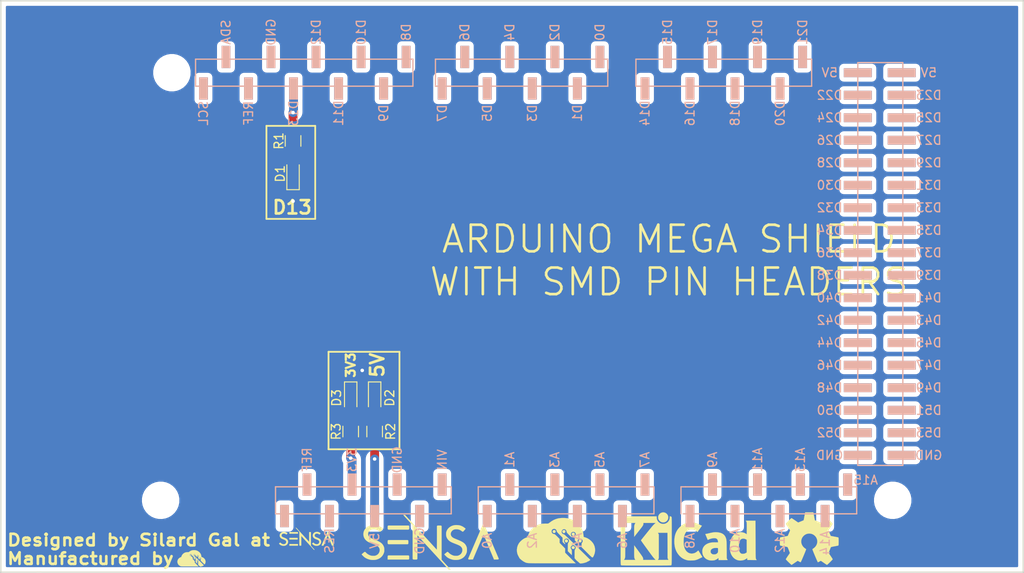
<source format=kicad_pcb>
(kicad_pcb (version 4) (host pcbnew 4.0.7-e2-6376~61~ubuntu18.04.1)
  (layers (0 F.Cu signal) (31 B.Cu signal) (34 B.Paste user) (35 F.Paste user) (36 B.SilkS user) (37 F.SilkS user) (38 B.Mask user) (39 F.Mask user) (44 Edge.Cuts user))
  (net 0 "")
  (net 1 D13)
  (net 2 "Net-(D1-Pad2)")
  (net 3 +5V)
  (net 4 "Net-(D2-Pad2)")
  (net 5 +3V3)
  (net 6 "Net-(D3-Pad2)")
  (net 7 GND)
  (module Arduino:Arduino_Mega2560_Shield (layer F.Cu) (at 161.1 138.8)
    (fp_text reference XA1 hide)
    (fp_text value Arduino_Mega2560_Shield hide)
    (fp_text user A10 (at 78.74 2.032 90) (layer B.SilkS) (effects (justify mirror)))
    (fp_text user A12 (at 83.82 2.032 90) (layer B.SilkS) (effects (justify mirror)))
    (fp_text user A14 (at 88.9 2.286 90) (layer B.SilkS) (effects (justify mirror)))
    (fp_text user A15 (at 93.472 -4.826) (layer B.SilkS) (effects (justify mirror)))
    (fp_text user A13 (at 86.106 -7.112 90) (layer B.SilkS) (effects (justify mirror)))
    (fp_text user A11 (at 81.28 -7.112 90) (layer B.SilkS) (effects (justify mirror)))
    (fp_text user A9 (at 76.2 -7.112 90) (layer B.SilkS) (effects (justify mirror)))
    (fp_text user A8 (at 73.66 2.032 90) (layer B.SilkS) (effects (justify mirror)))
    (fp_text user A7 (at 68.58 -7.112 90) (layer B.SilkS) (effects (justify mirror)))
    (fp_text user A6 (at 66.04 2.032 90) (layer B.SilkS) (effects (justify mirror)))
    (fp_text user A5 (at 63.5 -7.112 90) (layer B.SilkS) (effects (justify mirror)))
    (fp_text user A4 (at 60.96 2.032 90) (layer B.SilkS) (effects (justify mirror)))
    (fp_text user A3 (at 58.42 -7.112 90) (layer B.SilkS) (effects (justify mirror)))
    (fp_text user A2 (at 55.88 2.032 90) (layer B.SilkS) (effects (justify mirror)))
    (fp_text user A1 (at 53.34 -7.112 90) (layer B.SilkS) (effects (justify mirror)))
    (fp_text user A0 (at 50.8 2.032 90) (layer B.SilkS) (effects (justify mirror)))
    (fp_text user VIN (at 45.72 -7.112 90) (layer B.SilkS) (effects (justify mirror)))
    (fp_text user GND (at 40.64 -7.112 90) (layer B.SilkS) (effects (justify mirror)))
    (fp_text user GND (at 43.18 2.032 90) (layer B.SilkS) (effects (justify mirror)))
    (fp_text user 3V3 (at 35.56 -7.112 90) (layer B.SilkS) (effects (justify mirror)))
    (fp_text user 5V (at 38.1 2.032 90) (layer B.SilkS) (effects (justify mirror)))
    (fp_text user RES (at 33.02 2.032 90) (layer B.SilkS) (effects (justify mirror)))
    (fp_text user REF (at 30.48 -7.112 90) (layer B.SilkS) (effects (justify mirror)))
    (fp_text user 5V (at 100.584 -50.8) (layer B.SilkS) (effects (justify mirror)))
    (fp_text user D23 (at 100.584 -48.26) (layer B.SilkS) (effects (justify mirror)))
    (fp_text user D25 (at 100.584 -45.72) (layer B.SilkS) (effects (justify mirror)))
    (fp_text user D27 (at 100.584 -43.18) (layer B.SilkS) (effects (justify mirror)))
    (fp_text user D29 (at 100.584 -40.64) (layer B.SilkS) (effects (justify mirror)))
    (fp_text user D31 (at 100.584 -38.1) (layer B.SilkS) (effects (justify mirror)))
    (fp_text user D33 (at 100.584 -35.56) (layer B.SilkS) (effects (justify mirror)))
    (fp_text user D35 (at 100.584 -33.02) (layer B.SilkS) (effects (justify mirror)))
    (fp_text user D37 (at 100.584 -30.48) (layer B.SilkS) (effects (justify mirror)))
    (fp_text user D39 (at 100.584 -27.94) (layer B.SilkS) (effects (justify mirror)))
    (fp_text user D41 (at 100.584 -25.4) (layer B.SilkS) (effects (justify mirror)))
    (fp_text user D43 (at 100.584 -22.86) (layer B.SilkS) (effects (justify mirror)))
    (fp_text user D45 (at 100.584 -20.32) (layer B.SilkS) (effects (justify mirror)))
    (fp_text user D47 (at 100.584 -17.78) (layer B.SilkS) (effects (justify mirror)))
    (fp_text user D49 (at 100.584 -15.24) (layer B.SilkS) (effects (justify mirror)))
    (fp_text user D51 (at 100.584 -12.7) (layer B.SilkS) (effects (justify mirror)))
    (fp_text user D53 (at 100.584 -10.16) (layer B.SilkS) (effects (justify mirror)))
    (fp_text user GND (at 100.584 -7.62) (layer B.SilkS) (effects (justify mirror)))
    (fp_text user GND (at 89.408 -7.62) (layer B.SilkS) (effects (justify mirror)))
    (fp_text user D52 (at 89.408 -10.16) (layer B.SilkS) (effects (justify mirror)))
    (fp_text user D50 (at 89.408 -12.7) (layer B.SilkS) (effects (justify mirror)))
    (fp_text user D48 (at 89.408 -15.24) (layer B.SilkS) (effects (justify mirror)))
    (fp_text user D46 (at 89.408 -17.78) (layer B.SilkS) (effects (justify mirror)))
    (fp_text user D44 (at 89.408 -20.32) (layer B.SilkS) (effects (justify mirror)))
    (fp_text user D42 (at 89.408 -22.86) (layer B.SilkS) (effects (justify mirror)))
    (fp_text user D40 (at 89.408 -25.4) (layer B.SilkS) (effects (justify mirror)))
    (fp_text user D38 (at 89.408 -27.94) (layer B.SilkS) (effects (justify mirror)))
    (fp_text user D36 (at 89.408 -30.48) (layer B.SilkS) (effects (justify mirror)))
    (fp_text user D34 (at 89.408 -33.02) (layer B.SilkS) (effects (justify mirror)))
    (fp_text user D32 (at 89.408 -35.56) (layer B.SilkS) (effects (justify mirror)))
    (fp_text user D30 (at 89.408 -38.1) (layer B.SilkS) (effects (justify mirror)))
    (fp_text user D28 (at 89.408 -40.64) (layer B.SilkS) (effects (justify mirror)))
    (fp_text user D26 (at 89.408 -43.18) (layer B.SilkS) (effects (justify mirror)))
    (fp_text user D24 (at 89.408 -45.72) (layer B.SilkS) (effects (justify mirror)))
    (fp_text user D22 (at 89.408 -48.26) (layer B.SilkS) (effects (justify mirror)))
    (fp_text user 5V (at 89.408 -50.8) (layer B.SilkS) (effects (justify mirror)))
    (fp_text user D15 (at 71.12 -55.372 90) (layer B.SilkS) (effects (justify mirror)))
    (fp_text user D17 (at 76.2 -55.372 90) (layer B.SilkS) (effects (justify mirror)))
    (fp_text user D19 (at 81.28 -55.372 90) (layer B.SilkS) (effects (justify mirror)))
    (fp_text user D21 (at 86.36 -55.372 90) (layer B.SilkS) (effects (justify mirror)))
    (fp_text user D20 (at 83.82 -46.228 90) (layer B.SilkS) (effects (justify mirror)))
    (fp_text user D18 (at 78.74 -46.228 90) (layer B.SilkS) (effects (justify mirror)))
    (fp_text user D16 (at 73.66 -46.228 90) (layer B.SilkS) (effects (justify mirror)))
    (fp_text user D14 (at 68.58 -46.228 90) (layer B.SilkS) (effects (justify mirror)))
    (fp_text user D6 (at 48.26 -55.372 90) (layer B.SilkS) (effects (justify mirror)))
    (fp_text user D4 (at 53.34 -55.372 90) (layer B.SilkS) (effects (justify mirror)))
    (fp_text user D2 (at 58.42 -55.372 90) (layer B.SilkS) (effects (justify mirror)))
    (fp_text user D0 (at 63.5 -55.372 90) (layer B.SilkS) (effects (justify mirror)))
    (fp_text user D1 (at 60.96 -46.228 90) (layer B.SilkS) (effects (justify mirror)))
    (fp_text user D3 (at 55.88 -46.228 90) (layer B.SilkS) (effects (justify mirror)))
    (fp_text user D5 (at 50.8 -46.228 90) (layer B.SilkS) (effects (justify mirror)))
    (fp_text user D7 (at 45.72 -46.228 90) (layer B.SilkS) (effects (justify mirror)))
    (fp_text user SDA (at 21.336 -55.372 90) (layer B.SilkS) (effects (justify mirror)))
    (fp_text user GND (at 26.416 -55.372 90) (layer B.SilkS) (effects (justify mirror)))
    (fp_text user D12 (at 31.496 -55.372 90) (layer B.SilkS) (effects (justify mirror)))
    (fp_text user D10 (at 36.576 -55.372 90) (layer B.SilkS) (effects (justify mirror)))
    (fp_text user D8 (at 41.656 -55.372 90) (layer B.SilkS) (effects (justify mirror)))
    (fp_text user D9 (at 39.116 -46.228 90) (layer B.SilkS) (effects (justify mirror)))
    (fp_text user D11 (at 34.036 -46.228 90) (layer B.SilkS) (effects (justify mirror)))
    (fp_text user D13 (at 28.956 -46.228 90) (layer B.SilkS) (effects (justify mirror)))
    (fp_text user REF (at 23.876 -46.228 90) (layer B.SilkS) (effects (justify mirror)))
    (fp_text user SCL (at 18.796 -46.228 90) (layer B.SilkS) (effects (justify mirror)))
    (pad A0 smd rect (at 50.8 -0.762 90) (size 2.51 1) (layers B.Cu B.Paste B.SilkS))
    (pad VIN smd rect (at 45.72 -4.318 90) (size 2.51 1) (layers B.Cu B.Paste B.SilkS))
    (pad GND3 smd rect (at 43.18 -0.762 90) (size 2.51 1) (layers B.Cu B.Paste B.SilkS))
    (pad GND2 smd rect (at 40.64 -4.318 90) (size 2.51 1) (layers B.Cu B.Paste B.SilkS))
    (pad 5V1 smd rect (at 38.1 -0.762 90) (size 2.51 1) (layers B.Cu B.Paste B.SilkS) (net 3 +5V))
    (pad 3V3 smd rect (at 35.56 -4.318 90) (size 2.51 1) (layers B.Cu B.Paste B.SilkS) (net 5 +3V3))
    (pad RST1 smd rect (at 33.02 -0.762 90) (size 2.51 1) (layers B.Cu B.Paste B.SilkS))
    (pad IORF smd rect (at 30.48 -4.318 90) (size 2.51 1) (layers B.Cu B.Paste B.SilkS))
    (pad D21 smd rect (at 86.36 -52.578 90) (size 2.51 1) (layers B.Cu B.Paste B.SilkS))
    (pad D20 smd rect (at 83.82 -49.022 90) (size 2.51 1) (layers B.Cu B.Paste B.SilkS))
    (pad D19 smd rect (at 81.28 -52.578 90) (size 2.51 1) (layers B.Cu B.Paste B.SilkS))
    (pad D18 smd rect (at 78.74 -49.022 90) (size 2.51 1) (layers B.Cu B.Paste B.SilkS))
    (pad D17 smd rect (at 76.2 -52.578 90) (size 2.51 1) (layers B.Cu B.Paste B.SilkS))
    (pad D16 smd rect (at 73.66 -49.022 90) (size 2.51 1) (layers B.Cu B.Paste B.SilkS))
    (pad D15 smd rect (at 71.12 -52.578 90) (size 2.51 1) (layers B.Cu B.Paste B.SilkS))
    (pad D14 smd rect (at 68.58 -49.022 90) (size 2.51 1) (layers B.Cu B.Paste B.SilkS))
    (pad D0 smd rect (at 63.5 -52.578 90) (size 2.51 1) (layers B.Cu B.Paste B.SilkS))
    (pad D1 smd rect (at 60.96 -49.022 90) (size 2.51 1) (layers B.Cu B.Paste B.SilkS))
    (pad D2 smd rect (at 58.42 -52.578 90) (size 2.51 1) (layers B.Cu B.Paste B.SilkS))
    (pad D3 smd rect (at 55.88 -49.022 90) (size 2.51 1) (layers B.Cu B.Paste B.SilkS))
    (pad D4 smd rect (at 53.34 -52.578 90) (size 2.51 1) (layers B.Cu B.Paste B.SilkS))
    (pad D5 smd rect (at 50.8 -49.022 90) (size 2.51 1) (layers B.Cu B.Paste B.SilkS))
    (pad D6 smd rect (at 48.26 -52.578 90) (size 2.51 1) (layers B.Cu B.Paste B.SilkS))
    (pad D7 smd rect (at 45.72 -49.022 90) (size 2.51 1) (layers B.Cu B.Paste B.SilkS))
    (pad GND1 smd rect (at 26.416 -52.578 90) (size 2.51 1) (layers B.Cu B.Paste B.SilkS))
    (pad D8 smd rect (at 41.656 -52.578 90) (size 2.51 1) (layers B.Cu B.Paste B.SilkS))
    (pad D9 smd rect (at 39.116 -49.022 90) (size 2.51 1) (layers B.Cu B.Paste B.SilkS))
    (pad D10 smd rect (at 36.576 -52.578 90) (size 2.51 1) (layers B.Cu B.Paste B.SilkS))
    (pad "" np_thru_hole circle (at 15.24 -50.8) (size 3.2 3.2) (drill 3.2) (layers *.Cu *.Mask))
    (pad "" np_thru_hole circle (at 96.52 -2.54) (size 3.2 3.2) (drill 3.2) (layers *.Cu *.Mask))
    (pad "" np_thru_hole circle (at 13.97 -2.54) (size 3.2 3.2) (drill 3.2) (layers *.Cu *.Mask))
    (pad SCL smd rect (at 18.796 -49.022 90) (size 2.51 1) (layers B.Cu B.Paste B.SilkS))
    (pad SDA smd rect (at 21.336 -52.578 90) (size 2.51 1) (layers B.Cu B.Paste B.SilkS))
    (pad AREF smd rect (at 23.876 -49.022 90) (size 2.51 1) (layers B.Cu B.Paste B.SilkS))
    (pad D13 smd rect (at 28.956 -49.022 90) (size 2.51 1) (layers B.Cu B.Paste B.SilkS) (net 1 D13))
    (pad D12 smd rect (at 31.496 -52.578 90) (size 2.51 1) (layers B.Cu B.Paste B.SilkS))
    (pad D11 smd rect (at 34.036 -49.022 90) (size 2.51 1) (layers B.Cu B.Paste B.SilkS))
    (pad "" smd rect (at 27.94 -0.762 90) (size 2.51 1) (layers B.Cu B.Paste B.SilkS))
    (pad A1 smd rect (at 53.34 -4.318 90) (size 2.51 1) (layers B.Cu B.Paste B.SilkS))
    (pad A2 smd rect (at 55.88 -0.762 90) (size 2.51 1) (layers B.Cu B.Paste B.SilkS))
    (pad A3 smd rect (at 58.42 -4.318 90) (size 2.51 1) (layers B.Cu B.Paste B.SilkS))
    (pad A4 smd rect (at 60.96 -0.762 90) (size 2.51 1) (layers B.Cu B.Paste B.SilkS))
    (pad A5 smd rect (at 63.5 -4.318 90) (size 2.51 1) (layers B.Cu B.Paste B.SilkS))
    (pad A6 smd rect (at 66.04 -0.762 90) (size 2.51 1) (layers B.Cu B.Paste B.SilkS))
    (pad A7 smd rect (at 68.58 -4.318 90) (size 2.51 1) (layers B.Cu B.Paste B.SilkS))
    (pad A8 smd rect (at 73.66 -0.762 90) (size 2.51 1) (layers B.Cu B.Paste B.SilkS))
    (pad A9 smd rect (at 76.2 -4.318 90) (size 2.51 1) (layers B.Cu B.Paste B.SilkS))
    (pad A10 smd rect (at 78.74 -0.762 90) (size 2.51 1) (layers B.Cu B.Paste B.SilkS))
    (pad A11 smd rect (at 81.28 -4.318 90) (size 2.51 1) (layers B.Cu B.Paste B.SilkS))
    (pad A12 smd rect (at 83.82 -0.762 90) (size 2.51 1) (layers B.Cu B.Paste B.SilkS))
    (pad A13 smd rect (at 86.106 -4.318 90) (size 2.51 1) (layers B.Cu B.Paste B.SilkS))
    (pad A14 smd rect (at 88.9 -0.762 90) (size 2.51 1) (layers B.Cu B.Paste B.SilkS))
    (pad A15 smd rect (at 91.44 -4.318 90) (size 2.51 1) (layers B.Cu B.Paste B.SilkS))
    (pad 5V3 smd rect (at 92.583 -50.8) (size 3.15 1) (layers B.Cu B.Paste B.SilkS) (net 3 +5V))
    (pad 5V4 smd rect (at 97.536 -50.8) (size 3.15 1) (layers B.Cu B.Paste B.SilkS) (net 3 +5V))
    (pad D22 smd rect (at 92.583 -48.26) (size 3.15 1) (layers B.Cu B.Paste B.SilkS))
    (pad D23 smd rect (at 97.536 -48.26) (size 3.15 1) (layers B.Cu B.Paste B.SilkS))
    (pad D24 smd rect (at 92.583 -45.72) (size 3.15 1) (layers B.Cu B.Paste B.SilkS))
    (pad D25 smd rect (at 97.536 -45.72) (size 3.15 1) (layers B.Cu B.Paste B.SilkS))
    (pad D26 smd rect (at 92.583 -43.18) (size 3.15 1) (layers B.Cu B.Paste B.SilkS))
    (pad D27 smd rect (at 97.536 -43.18) (size 3.15 1) (layers B.Cu B.Paste B.SilkS))
    (pad D28 smd rect (at 92.583 -40.64) (size 3.15 1) (layers B.Cu B.Paste B.SilkS))
    (pad D29 smd rect (at 97.536 -40.64) (size 3.15 1) (layers B.Cu B.Paste B.SilkS))
    (pad D30 smd rect (at 92.583 -38.1) (size 3.15 1) (layers B.Cu B.Paste B.SilkS))
    (pad D31 smd rect (at 97.536 -38.1) (size 3.15 1) (layers B.Cu B.Paste B.SilkS))
    (pad D32 smd rect (at 92.583 -35.56) (size 3.15 1) (layers B.Cu B.Paste B.SilkS))
    (pad D33 smd rect (at 97.536 -35.56) (size 3.15 1) (layers B.Cu B.Paste B.SilkS))
    (pad D34 smd rect (at 92.583 -33.02) (size 3.15 1) (layers B.Cu B.Paste B.SilkS))
    (pad D35 smd rect (at 97.536 -33.02) (size 3.15 1) (layers B.Cu B.Paste B.SilkS))
    (pad D36 smd rect (at 92.583 -30.48) (size 3.15 1) (layers B.Cu B.Paste B.SilkS))
    (pad D37 smd rect (at 97.536 -30.48) (size 3.15 1) (layers B.Cu B.Paste B.SilkS))
    (pad D38 smd rect (at 92.583 -27.94) (size 3.15 1) (layers B.Cu B.Paste B.SilkS))
    (pad D39 smd rect (at 97.536 -27.94) (size 3.15 1) (layers B.Cu B.Paste B.SilkS))
    (pad D40 smd rect (at 92.583 -25.4) (size 3.15 1) (layers B.Cu B.Paste B.SilkS))
    (pad D41 smd rect (at 97.536 -25.4) (size 3.15 1) (layers B.Cu B.Paste B.SilkS))
    (pad D42 smd rect (at 92.583 -22.86) (size 3.15 1) (layers B.Cu B.Paste B.SilkS))
    (pad D43 smd rect (at 97.536 -22.86) (size 3.15 1) (layers B.Cu B.Paste B.SilkS))
    (pad D44 smd rect (at 92.583 -20.32) (size 3.15 1) (layers B.Cu B.Paste B.SilkS))
    (pad D45 smd rect (at 97.536 -20.32) (size 3.15 1) (layers B.Cu B.Paste B.SilkS))
    (pad D46 smd rect (at 92.583 -17.78) (size 3.15 1) (layers B.Cu B.Paste B.SilkS))
    (pad D47 smd rect (at 97.536 -17.78) (size 3.15 1) (layers B.Cu B.Paste B.SilkS))
    (pad D48 smd rect (at 92.583 -15.24) (size 3.15 1) (layers B.Cu B.Paste B.SilkS))
    (pad D49 smd rect (at 97.536 -15.24) (size 3.15 1) (layers B.Cu B.Paste B.SilkS))
    (pad D50 smd rect (at 92.583 -12.7) (size 3.15 1) (layers B.Cu B.Paste B.SilkS))
    (pad D51 smd rect (at 97.536 -12.7) (size 3.15 1) (layers B.Cu B.Paste B.SilkS))
    (pad D52 smd rect (at 92.583 -10.16) (size 3.15 1) (layers B.Cu B.Paste B.SilkS))
    (pad D53 smd rect (at 97.536 -10.16) (size 3.15 1) (layers B.Cu B.Paste B.SilkS))
    (pad GND5 smd rect (at 92.583 -7.62) (size 3.15 1) (layers B.Cu B.Paste B.SilkS))
    (pad GND6 smd rect (at 97.536 -7.62) (size 3.15 1) (layers B.Cu B.Paste B.SilkS))
  )
  (module Resistors_SMD:R_0805 (layer F.Cu) (at 190 95.7 270)
    (fp_text reference R1 (at 0 1.6 270) (layer F.SilkS))
    (fp_text value R hide)
    (pad 1 smd rect (at -0.95 0 270) (size 0.7 1.3) (layers F.Cu F.Paste F.Mask) (net 1 D13))
    (pad 2 smd rect (at 0.95 0 270) (size 0.7 1.3) (layers F.Cu F.Paste F.Mask) (net 2 "Net-(D1-Pad2)"))
  )
  (module Resistors_SMD:R_0805 (layer F.Cu) (at 199.2 128.5 90)
    (fp_text reference R2 (at 0 1.8 90) (layer F.SilkS))
    (fp_text value R hide)
    (pad 1 smd rect (at -0.95 0 90) (size 0.7 1.3) (layers F.Cu F.Paste F.Mask) (net 3 +5V))
    (pad 2 smd rect (at 0.95 0 90) (size 0.7 1.3) (layers F.Cu F.Paste F.Mask) (net 4 "Net-(D2-Pad2)"))
  )
  (module Resistors_SMD:R_0805 (layer F.Cu) (at 196.5 128.5 90)
    (fp_text reference R3 (at 0 -1.65 90) (layer F.SilkS))
    (fp_text value R hide)
    (pad 1 smd rect (at -0.95 0 90) (size 0.7 1.3) (layers F.Cu F.Paste F.Mask) (net 5 +3V3))
    (pad 2 smd rect (at 0.95 0 90) (size 0.7 1.3) (layers F.Cu F.Paste F.Mask) (net 6 "Net-(D3-Pad2)"))
  )
  (module LEDs:LED_0805 (layer F.Cu) (at 190 99.4 90)
    (fp_text reference D1 (at 0 -1.45 90) (layer F.SilkS))
    (fp_text value LED hide)
    (pad 2 smd rect (at 1.1 0 270) (size 1.2 1.2) (layers F.Cu F.Paste F.Mask) (net 2 "Net-(D1-Pad2)"))
    (pad 1 smd rect (at -1.1 0 270) (size 1.2 1.2) (layers F.Cu F.Paste F.Mask) (net 7 GND))
  )
  (module LEDs:LED_0805 (layer F.Cu) (at 199.2 124.7 270)
    (fp_text reference D2 (at 0 -1.7 270) (layer F.SilkS))
    (fp_text value LED hide)
    (pad 2 smd rect (at 1.1 0 90) (size 1.2 1.2) (layers F.Cu F.Paste F.Mask) (net 4 "Net-(D2-Pad2)"))
    (pad 1 smd rect (at -1.1 0 90) (size 1.2 1.2) (layers F.Cu F.Paste F.Mask) (net 7 GND))
  )
  (module LEDs:LED_0805 (layer F.Cu) (at 196.5 124.7 270)
    (fp_text reference D3 (at 0 1.6 270) (layer F.SilkS))
    (fp_text value LED hide)
    (pad 2 smd rect (at 1.1 0 90) (size 1.2 1.2) (layers F.Cu F.Paste F.Mask) (net 6 "Net-(D3-Pad2)"))
    (pad 1 smd rect (at -1.1 0 90) (size 1.2 1.2) (layers F.Cu F.Paste F.Mask) (net 7 GND))
  )
  (module logos:SENSA_15x6 (layer F.Cu) (at 205.2 141)
    (fp_text reference G*** hide)
    (fp_text value LOGO hide)
  )
  (module logos:AISLER_9x5 (layer F.Cu) (at 219.8 140.8)
    (fp_text reference G*** hide)
    (fp_text value LOGO hide)
  )
  (module logos:SENSA_6x3 (layer F.Cu) (at 191.4 140.6)
    (fp_text reference G*** hide)
    (fp_text value LOGO hide)
  )
  (module logos:AISLER_3x2 (layer F.Cu) (at 178.6 142.8)
    (fp_text reference G*** hide)
    (fp_text value LOGO hide)
  )
  (module Symbols:KiCad-Logo_6mm_SilkScreen (layer F.Cu) (at 234.6 140.6)
    (fp_text reference REF*** hide)
    (fp_text value KiCad-Logo_6mm_SilkScreen hide)
  )
  (module Symbols:OSHW-Symbol_6.7x6mm_SilkScreen (layer F.Cu) (at 248.2 140.6)
    (fp_text reference REF*** hide)
    (fp_text value OSHW-Symbol_6.7x6mm_SilkScreen hide)
  )
  (gr_text "Designed by Silard Gal at \nManufactured by " (at 157.6 141.8) (layer F.SilkS) (effects (font (size 1.3 1.5) (thickness 0.3)) (justify left)))
  (gr_text "ARDUINO MEGA SHIELD\nWITH SMD PIN HEADERS" (at 232.4 109.2) (layer F.SilkS) (effects (font (size 3 3) (thickness 0.3))))
  (gr_text 3V3 (at 196.5 121 90) (layer F.SilkS) (effects (font (size 1 1) (thickness 0.25))))
  (gr_text 5V (at 199.5 121 90) (layer F.SilkS) (effects (font (size 1.5 1.5) (thickness 0.3))))
  (gr_line (start 194 119.5) (end 194 130.5) (angle 90) (layer F.SilkS) (width 0.2))
  (gr_line (start 202 119.5) (end 194 119.5) (angle 90) (layer F.SilkS) (width 0.2))
  (gr_line (start 202 130.5) (end 202 119.5) (angle 90) (layer F.SilkS) (width 0.2))
  (gr_line (start 194 130.5) (end 202 130.5) (angle 90) (layer F.SilkS) (width 0.2))
  (gr_line (start 192.5 94) (end 187 94) (angle 90) (layer F.SilkS) (width 0.2))
  (gr_line (start 192.5 104.5) (end 192.5 94) (angle 90) (layer F.SilkS) (width 0.2))
  (gr_line (start 187 104.5) (end 192.5 104.5) (angle 90) (layer F.SilkS) (width 0.2))
  (gr_line (start 187 94) (end 187 104.5) (angle 90) (layer F.SilkS) (width 0.2))
  (gr_text D13 (at 189.9 103.2) (layer F.SilkS) (effects (font (size 1.5 1.5) (thickness 0.3))))
  (gr_line (start 157.03 144.39) (end 157.03 79.87) (angle 90) (layer Edge.Cuts) (width 0.15))
  (gr_line (start 157.04 144.39) (end 157.03 144.39) (angle 90) (layer Edge.Cuts) (width 0.15))
  (gr_line (start 272.35 144.39) (end 157.04 144.39) (angle 90) (layer Edge.Cuts) (width 0.15))
  (gr_line (start 272.35 79.87) (end 272.35 144.39) (angle 90) (layer Edge.Cuts) (width 0.15))
  (gr_line (start 157.03 79.87) (end 272.35 79.87) (angle 90) (layer Edge.Cuts) (width 0.15))
  (segment (start 190 94.75) (end 190 92.5) (width 1) (layer F.Cu) (net 1))
  (segment (start 190.056 92.444) (end 190.056 89.778) (width 1) (layer B.Cu) (net 1))
  (segment (start 190 92.5) (end 190.056 92.444) (width 1) (layer B.Cu) (net 1))
  (via (at 190 92.5) (size 0.6) (drill 0.4) (layers F.Cu B.Cu) (net 1))
  (segment (start 190 96.65) (end 190 98.3) (width 1) (layer F.Cu) (net 2))
  (segment (start 199.2 129.45) (end 199.2 131.6) (width 1) (layer F.Cu) (net 3))
  (segment (start 199.2 131.6) (end 199.2 138.038) (width 1) (layer B.Cu) (net 3))
  (via (at 199.2 131.6) (size 0.6) (drill 0.4) (layers F.Cu B.Cu) (net 3))
  (segment (start 199.2 125.8) (end 199.2 127.55) (width 1) (layer F.Cu) (net 4))
  (segment (start 196.5 129.45) (end 196.5 131.5) (width 1) (layer F.Cu) (net 5))
  (segment (start 196.66 131.66) (end 196.66 134.482) (width 1) (layer B.Cu) (net 5))
  (segment (start 196.5 131.5) (end 196.66 131.66) (width 1) (layer B.Cu) (net 5))
  (via (at 196.5 131.5) (size 0.6) (drill 0.4) (layers F.Cu B.Cu) (net 5))
  (segment (start 196.5 125.8) (end 196.5 127.55) (width 1) (layer F.Cu) (net 6))
  (segment (start 197.8 123.6) (end 197.8 121.6) (width 1) (layer F.Cu) (net 7))
  (via (at 197.8 121.6) (size 0.6) (drill 0.4) (layers F.Cu B.Cu) (net 7))
  (segment (start 196.5 123.6) (end 197.8 123.6) (width 1) (layer F.Cu) (net 7))
  (segment (start 197.8 123.6) (end 199.2 123.6) (width 1) (layer F.Cu) (net 7))
  (segment (start 190 100.5) (end 190 102.5) (width 1) (layer F.Cu) (net 7))
  (via (at 190 102.5) (size 0.6) (drill 0.4) (layers F.Cu B.Cu) (net 7))
  (zone (net 7) (net_name GND) (layer B.Cu) (connect_pads (clearance 0.508)) (min_thickness 0.254) (fill yes (arc_segments 32) (thermal_gap 0.508) (thermal_bridge_width 0.508))
    (polygon (pts (xy 157.05 144.4) (xy 272.35 144.4) (xy 272.35 79.85) (xy 157.05 79.85)))
  )
)
</source>
